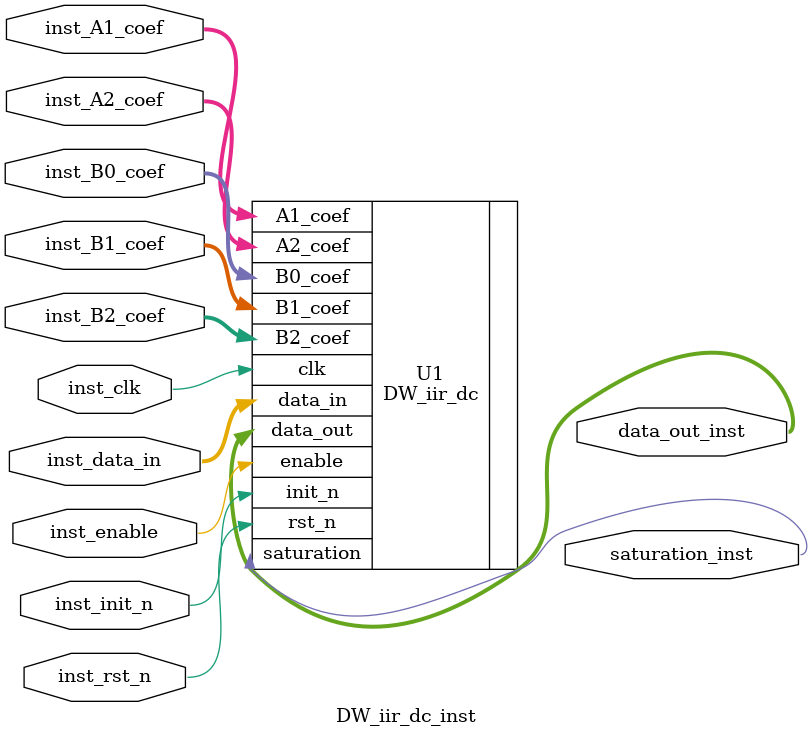
<source format=v>
module DW_iir_dc_inst( inst_clk, inst_rst_n, inst_init_n, 
                       inst_enable, inst_A1_coef, inst_A2_coef,
                       inst_B0_coef, inst_B1_coef, inst_B2_coef,
                         inst_data_in, data_out_inst, saturation_inst );

  parameter data_in_width = 8;
  parameter data_out_width = 16;
  parameter frac_data_out_width = 4;
  parameter feedback_width = 12;
  parameter max_coef_width = 8;
  parameter frac_coef_width = 4;
  parameter saturation_mode = 0;
  parameter out_reg = 1;

  input inst_clk;
  input inst_rst_n;
  input inst_init_n;
  input inst_enable;
  input [max_coef_width-1 : 0] inst_A1_coef;
  input [max_coef_width-1 : 0] inst_A2_coef;
  input [max_coef_width-1 : 0] inst_B0_coef;
  input [max_coef_width-1 : 0] inst_B1_coef;
  input [max_coef_width-1 : 0] inst_B2_coef;
  input [data_in_width-1 : 0] inst_data_in;
  output [data_out_width-1 : 0] data_out_inst;
  output saturation_inst;

  // Instance of DW_iir_dc
  DW_iir_dc #(data_in_width, data_out_width, frac_data_out_width,
              feedback_width, max_coef_width, frac_coef_width,
              saturation_mode, out_reg)
    U1 ( .clk(inst_clk),   .rst_n(inst_rst_n),   .init_n(inst_init_n),
         .enable(inst_enable),   .A1_coef(inst_A1_coef),
         .A2_coef(inst_A2_coef),   .B0_coef(inst_B0_coef),
          .B1_coef(inst_B1_coef),   .B2_coef(inst_B2_coef),
          .data_in(inst_data_in),   .data_out(data_out_inst),
          .saturation(saturation_inst) );
endmodule

</source>
